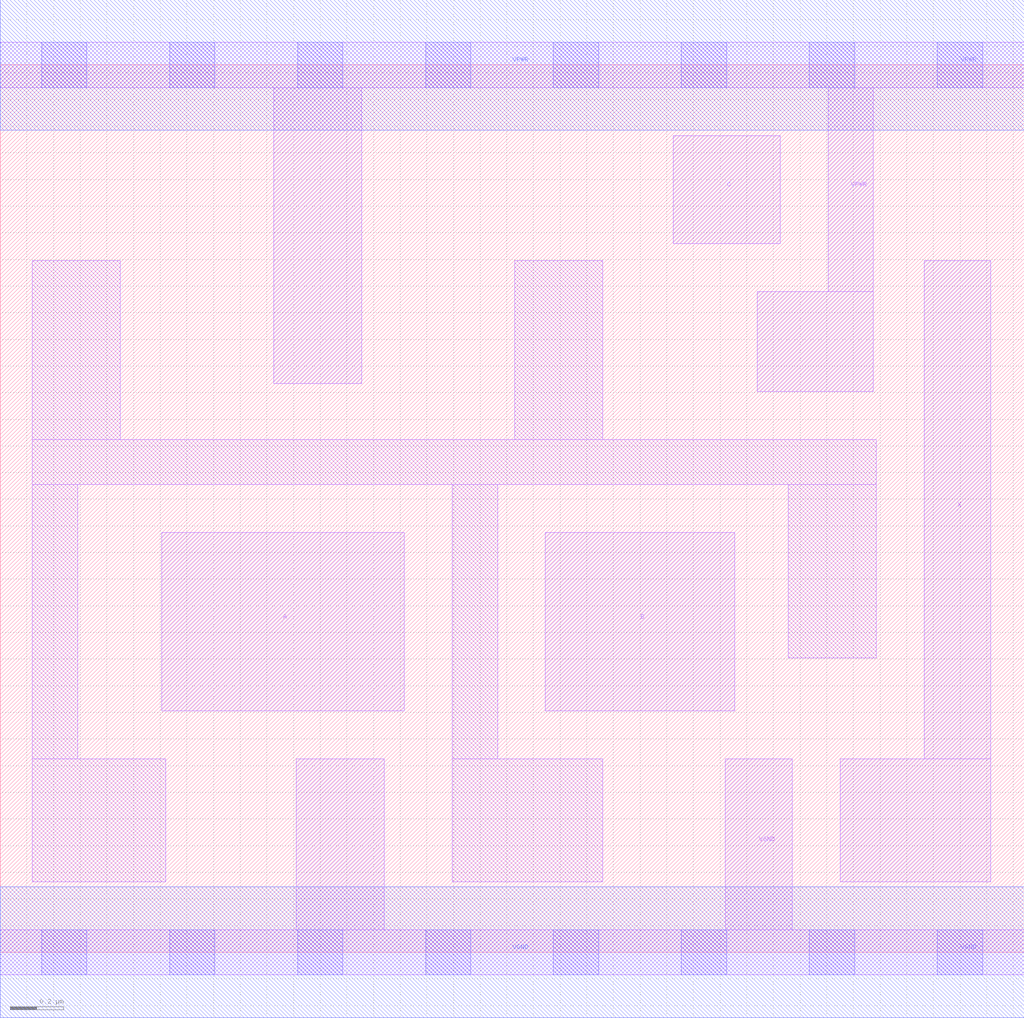
<source format=lef>
# Copyright 2020 The SkyWater PDK Authors
#
# Licensed under the Apache License, Version 2.0 (the "License");
# you may not use this file except in compliance with the License.
# You may obtain a copy of the License at
#
#     https://www.apache.org/licenses/LICENSE-2.0
#
# Unless required by applicable law or agreed to in writing, software
# distributed under the License is distributed on an "AS IS" BASIS,
# WITHOUT WARRANTIES OR CONDITIONS OF ANY KIND, either express or implied.
# See the License for the specific language governing permissions and
# limitations under the License.
#
# SPDX-License-Identifier: Apache-2.0

VERSION 5.7 ;
  NAMESCASESENSITIVE ON ;
  NOWIREEXTENSIONATPIN ON ;
  DIVIDERCHAR "/" ;
  BUSBITCHARS "[]" ;
UNITS
  DATABASE MICRONS 200 ;
END UNITS
MACRO sky130_fd_sc_lp__maj3_0
  CLASS CORE ;
  SOURCE USER ;
  FOREIGN sky130_fd_sc_lp__maj3_0 ;
  ORIGIN  0.000000  0.000000 ;
  SIZE  3.840000 BY  3.330000 ;
  SYMMETRY X Y R90 ;
  SITE unit ;
  PIN A
    ANTENNAGATEAREA  0.252000 ;
    DIRECTION INPUT ;
    USE SIGNAL ;
    PORT
      LAYER li1 ;
        RECT 0.605000 0.905000 1.515000 1.575000 ;
    END
  END A
  PIN B
    ANTENNAGATEAREA  0.252000 ;
    DIRECTION INPUT ;
    USE SIGNAL ;
    PORT
      LAYER li1 ;
        RECT 2.045000 0.905000 2.755000 1.575000 ;
    END
  END B
  PIN C
    ANTENNAGATEAREA  0.252000 ;
    DIRECTION INPUT ;
    USE SIGNAL ;
    PORT
      LAYER li1 ;
        RECT 2.525000 2.660000 2.925000 3.065000 ;
    END
  END C
  PIN X
    ANTENNADIFFAREA  0.375700 ;
    DIRECTION OUTPUT ;
    USE SIGNAL ;
    PORT
      LAYER li1 ;
        RECT 3.150000 0.265000 3.715000 0.725000 ;
        RECT 3.465000 0.725000 3.715000 2.595000 ;
    END
  END X
  PIN VGND
    DIRECTION INOUT ;
    USE GROUND ;
    PORT
      LAYER li1 ;
        RECT 0.000000 -0.085000 3.840000 0.085000 ;
        RECT 1.110000  0.085000 1.440000 0.725000 ;
        RECT 2.720000  0.085000 2.970000 0.725000 ;
      LAYER mcon ;
        RECT 0.155000 -0.085000 0.325000 0.085000 ;
        RECT 0.635000 -0.085000 0.805000 0.085000 ;
        RECT 1.115000 -0.085000 1.285000 0.085000 ;
        RECT 1.595000 -0.085000 1.765000 0.085000 ;
        RECT 2.075000 -0.085000 2.245000 0.085000 ;
        RECT 2.555000 -0.085000 2.725000 0.085000 ;
        RECT 3.035000 -0.085000 3.205000 0.085000 ;
        RECT 3.515000 -0.085000 3.685000 0.085000 ;
      LAYER met1 ;
        RECT 0.000000 -0.245000 3.840000 0.245000 ;
    END
  END VGND
  PIN VPWR
    DIRECTION INOUT ;
    USE POWER ;
    PORT
      LAYER li1 ;
        RECT 0.000000 3.245000 3.840000 3.415000 ;
        RECT 1.025000 2.135000 1.355000 3.245000 ;
        RECT 2.840000 2.105000 3.275000 2.480000 ;
        RECT 3.105000 2.480000 3.275000 3.245000 ;
      LAYER mcon ;
        RECT 0.155000 3.245000 0.325000 3.415000 ;
        RECT 0.635000 3.245000 0.805000 3.415000 ;
        RECT 1.115000 3.245000 1.285000 3.415000 ;
        RECT 1.595000 3.245000 1.765000 3.415000 ;
        RECT 2.075000 3.245000 2.245000 3.415000 ;
        RECT 2.555000 3.245000 2.725000 3.415000 ;
        RECT 3.035000 3.245000 3.205000 3.415000 ;
        RECT 3.515000 3.245000 3.685000 3.415000 ;
      LAYER met1 ;
        RECT 0.000000 3.085000 3.840000 3.575000 ;
    END
  END VPWR
  OBS
    LAYER li1 ;
      RECT 0.120000 0.265000 0.620000 0.725000 ;
      RECT 0.120000 0.725000 0.290000 1.755000 ;
      RECT 0.120000 1.755000 3.285000 1.925000 ;
      RECT 0.120000 1.925000 0.450000 2.595000 ;
      RECT 1.695000 0.265000 2.260000 0.725000 ;
      RECT 1.695000 0.725000 1.865000 1.755000 ;
      RECT 1.930000 1.925000 2.260000 2.595000 ;
      RECT 2.955000 1.105000 3.285000 1.755000 ;
  END
END sky130_fd_sc_lp__maj3_0

</source>
